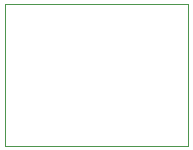
<source format=gbr>
%TF.GenerationSoftware,KiCad,Pcbnew,6.0.0-d3dd2cf0fa~116~ubuntu20.04.1*%
%TF.CreationDate,2022-01-22T11:47:11-08:00*%
%TF.ProjectId,usb-c-power-toggle,7573622d-632d-4706-9f77-65722d746f67,rev?*%
%TF.SameCoordinates,Original*%
%TF.FileFunction,Profile,NP*%
%FSLAX46Y46*%
G04 Gerber Fmt 4.6, Leading zero omitted, Abs format (unit mm)*
G04 Created by KiCad (PCBNEW 6.0.0-d3dd2cf0fa~116~ubuntu20.04.1) date 2022-01-22 11:47:11*
%MOMM*%
%LPD*%
G01*
G04 APERTURE LIST*
%TA.AperFunction,Profile*%
%ADD10C,0.100000*%
%TD*%
G04 APERTURE END LIST*
D10*
X144500000Y-73500000D02*
X129000000Y-73500000D01*
X129000000Y-85500000D02*
X144500000Y-85500000D01*
X144500000Y-73500000D02*
X144500000Y-85500000D01*
X129000000Y-73500000D02*
X129000000Y-85500000D01*
M02*

</source>
